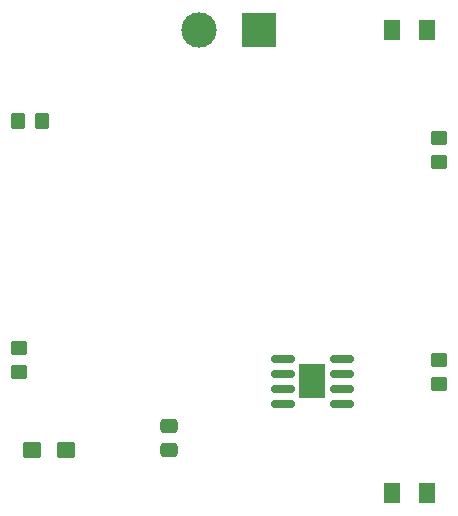
<source format=gbr>
%TF.GenerationSoftware,KiCad,Pcbnew,(6.0.10)*%
%TF.CreationDate,2023-02-16T14:30:49-08:00*%
%TF.ProjectId,Exercise 2,45786572-6369-4736-9520-322e6b696361,rev?*%
%TF.SameCoordinates,Original*%
%TF.FileFunction,Soldermask,Top*%
%TF.FilePolarity,Negative*%
%FSLAX46Y46*%
G04 Gerber Fmt 4.6, Leading zero omitted, Abs format (unit mm)*
G04 Created by KiCad (PCBNEW (6.0.10)) date 2023-02-16 14:30:49*
%MOMM*%
%LPD*%
G01*
G04 APERTURE LIST*
G04 Aperture macros list*
%AMRoundRect*
0 Rectangle with rounded corners*
0 $1 Rounding radius*
0 $2 $3 $4 $5 $6 $7 $8 $9 X,Y pos of 4 corners*
0 Add a 4 corners polygon primitive as box body*
4,1,4,$2,$3,$4,$5,$6,$7,$8,$9,$2,$3,0*
0 Add four circle primitives for the rounded corners*
1,1,$1+$1,$2,$3*
1,1,$1+$1,$4,$5*
1,1,$1+$1,$6,$7*
1,1,$1+$1,$8,$9*
0 Add four rect primitives between the rounded corners*
20,1,$1+$1,$2,$3,$4,$5,0*
20,1,$1+$1,$4,$5,$6,$7,0*
20,1,$1+$1,$6,$7,$8,$9,0*
20,1,$1+$1,$8,$9,$2,$3,0*%
G04 Aperture macros list end*
%ADD10RoundRect,0.250000X-0.450000X0.350000X-0.450000X-0.350000X0.450000X-0.350000X0.450000X0.350000X0*%
%ADD11RoundRect,0.250001X-0.462499X-0.624999X0.462499X-0.624999X0.462499X0.624999X-0.462499X0.624999X0*%
%ADD12RoundRect,0.250000X-0.475000X0.337500X-0.475000X-0.337500X0.475000X-0.337500X0.475000X0.337500X0*%
%ADD13RoundRect,0.250000X0.350000X0.450000X-0.350000X0.450000X-0.350000X-0.450000X0.350000X-0.450000X0*%
%ADD14RoundRect,0.150000X0.825000X0.150000X-0.825000X0.150000X-0.825000X-0.150000X0.825000X-0.150000X0*%
%ADD15R,2.290000X3.000000*%
%ADD16RoundRect,0.250001X0.462499X0.624999X-0.462499X0.624999X-0.462499X-0.624999X0.462499X-0.624999X0*%
%ADD17R,3.000000X3.000000*%
%ADD18C,3.000000*%
%ADD19RoundRect,0.250000X-0.537500X-0.425000X0.537500X-0.425000X0.537500X0.425000X-0.537500X0.425000X0*%
G04 APERTURE END LIST*
D10*
%TO.C,R4*%
X154940000Y-58420000D03*
X154940000Y-60420000D03*
%TD*%
D11*
%TO.C,D2*%
X150912500Y-69690000D03*
X153887500Y-69690000D03*
%TD*%
D12*
%TO.C,C2*%
X132080000Y-63965000D03*
X132080000Y-66040000D03*
%TD*%
D13*
%TO.C,R1*%
X121316424Y-38120000D03*
X119316424Y-38120000D03*
%TD*%
D10*
%TO.C,R2*%
X119380000Y-57420000D03*
X119380000Y-59420000D03*
%TD*%
D14*
%TO.C,U1*%
X146685000Y-62115000D03*
X146685000Y-60845000D03*
X146685000Y-59575000D03*
X146685000Y-58305000D03*
X141735000Y-58305000D03*
X141735000Y-59575000D03*
X141735000Y-60845000D03*
X141735000Y-62115000D03*
D15*
X144210000Y-60210000D03*
%TD*%
D16*
%TO.C,D1*%
X153887500Y-30480000D03*
X150912500Y-30480000D03*
%TD*%
D17*
%TO.C,J1*%
X139700000Y-30480000D03*
D18*
X134620000Y-30480000D03*
%TD*%
D19*
%TO.C,C1*%
X120482500Y-66040000D03*
X123357500Y-66040000D03*
%TD*%
D10*
%TO.C,R3*%
X154940000Y-39640000D03*
X154940000Y-41640000D03*
%TD*%
M02*

</source>
